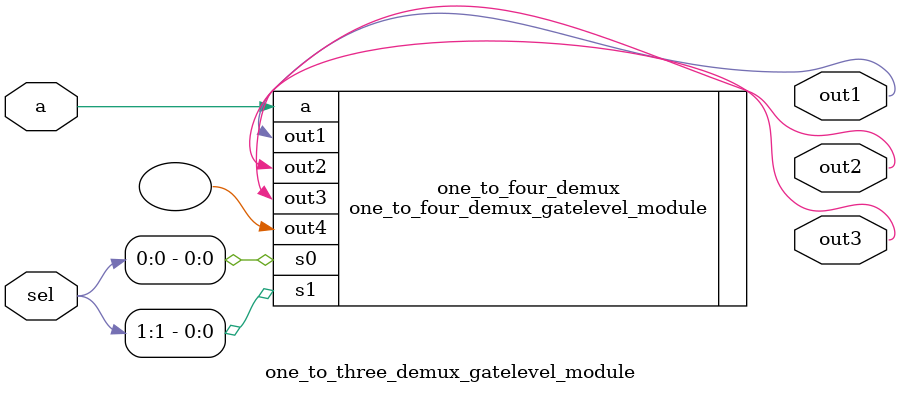
<source format=v>
module one_to_three_demux_gatelevel_module(
    input a,
    input [1:0] sel,
    output wire out1,
    output wire out2,
    output wire out3
);
    one_to_four_demux_gatelevel_module one_to_four_demux(
        .a(a), 
        .s0(sel[0]), 
        .s1(sel[1]), 
        .out1(out1), 
        .out2(out2), 
        .out3(out3), 
        .out4()
    );

endmodule
</source>
